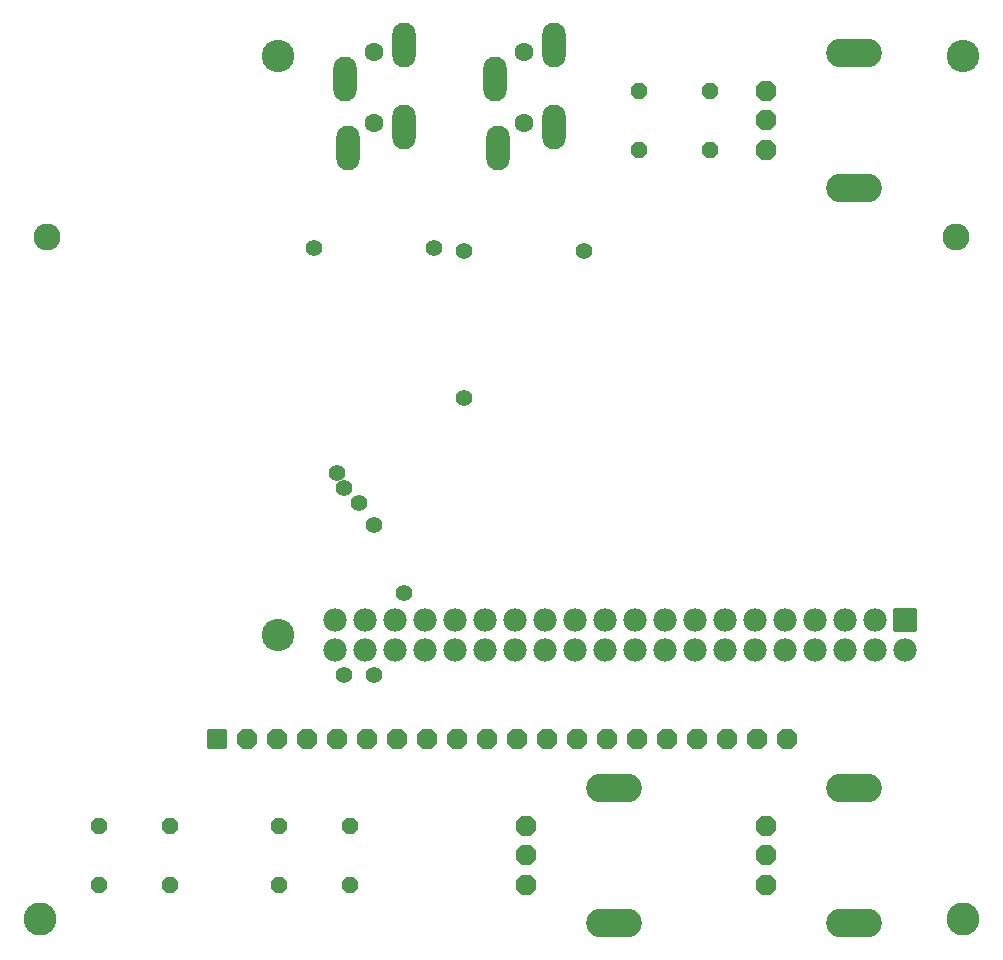
<source format=gbr>
%TF.GenerationSoftware,KiCad,Pcbnew,8.0.6*%
%TF.CreationDate,2024-12-19T22:40:05-08:00*%
%TF.ProjectId,norns-shield-210330,6e6f726e-732d-4736-9869-656c642d3231,rev?*%
%TF.SameCoordinates,Original*%
%TF.FileFunction,Soldermask,Top*%
%TF.FilePolarity,Negative*%
%FSLAX46Y46*%
G04 Gerber Fmt 4.6, Leading zero omitted, Abs format (unit mm)*
G04 Created by KiCad (PCBNEW 8.0.6) date 2024-12-19 22:40:05*
%MOMM*%
%LPD*%
G01*
G04 APERTURE LIST*
G04 Aperture macros list*
%AMRoundRect*
0 Rectangle with rounded corners*
0 $1 Rounding radius*
0 $2 $3 $4 $5 $6 $7 $8 $9 X,Y pos of 4 corners*
0 Add a 4 corners polygon primitive as box body*
4,1,4,$2,$3,$4,$5,$6,$7,$8,$9,$2,$3,0*
0 Add four circle primitives for the rounded corners*
1,1,$1+$1,$2,$3*
1,1,$1+$1,$4,$5*
1,1,$1+$1,$6,$7*
1,1,$1+$1,$8,$9*
0 Add four rect primitives between the rounded corners*
20,1,$1+$1,$2,$3,$4,$5,0*
20,1,$1+$1,$4,$5,$6,$7,0*
20,1,$1+$1,$6,$7,$8,$9,0*
20,1,$1+$1,$8,$9,$2,$3,0*%
%AMFreePoly0*
4,1,25,0.309904,0.686196,0.322027,0.675842,0.675842,0.322027,0.704349,0.266079,0.705600,0.250185,0.705600,-0.250185,0.686196,-0.309904,0.675842,-0.322027,0.322027,-0.675842,0.266079,-0.704349,0.250185,-0.705600,-0.250185,-0.705600,-0.309904,-0.686196,-0.322027,-0.675842,-0.675842,-0.322027,-0.704349,-0.266079,-0.705600,-0.250185,-0.705600,0.250185,-0.686196,0.309904,-0.675842,0.322027,
-0.322027,0.675842,-0.266079,0.704349,-0.250185,0.705600,0.250185,0.705600,0.309904,0.686196,0.309904,0.686196,$1*%
%AMFreePoly1*
4,1,25,0.370379,0.832196,0.382502,0.821842,0.821842,0.382502,0.850349,0.326554,0.851600,0.310660,0.851600,-0.310660,0.832196,-0.370379,0.821842,-0.382502,0.382502,-0.821842,0.326554,-0.850349,0.310660,-0.851600,-0.310660,-0.851600,-0.370379,-0.832196,-0.382502,-0.821842,-0.821842,-0.382502,-0.850349,-0.326554,-0.851600,-0.310660,-0.851600,0.310660,-0.832196,0.370379,-0.821842,0.382502,
-0.382502,0.821842,-0.326554,0.850349,-0.310660,0.851600,0.310660,0.851600,0.370379,0.832196,0.370379,0.832196,$1*%
%AMFreePoly2*
4,1,25,0.372036,0.836196,0.384159,0.825842,0.825842,0.384159,0.854349,0.328211,0.855600,0.312317,0.855600,-0.312317,0.836196,-0.372036,0.825842,-0.384159,0.384159,-0.825842,0.328211,-0.854349,0.312317,-0.855600,-0.312317,-0.855600,-0.372036,-0.836196,-0.384159,-0.825842,-0.825842,-0.384159,-0.854349,-0.328211,-0.855600,-0.312317,-0.855600,0.312317,-0.836196,0.372036,-0.825842,0.384159,
-0.384159,0.825842,-0.328211,0.854349,-0.312317,0.855600,0.312317,0.855600,0.372036,0.836196,0.372036,0.836196,$1*%
G04 Aperture macros list end*
%ADD10C,2.800000*%
%ADD11C,1.981200*%
%ADD12RoundRect,0.101600X0.889000X0.889000X-0.889000X0.889000X-0.889000X-0.889000X0.889000X-0.889000X0*%
%ADD13C,2.750000*%
%ADD14RoundRect,0.701600X0.000010X0.000010X-0.000010X0.000010X-0.000010X-0.000010X0.000010X-0.000010X0*%
%ADD15RoundRect,0.701600X-0.000010X0.000010X-0.000010X-0.000010X0.000010X-0.000010X0.000010X0.000010X0*%
%ADD16RoundRect,0.701600X-0.000010X-0.000010X0.000010X-0.000010X0.000010X0.000010X-0.000010X0.000010X0*%
%ADD17RoundRect,0.701600X0.000010X-0.000010X0.000010X0.000010X-0.000010X0.000010X-0.000010X-0.000010X0*%
%ADD18FreePoly0,180.000000*%
%ADD19C,2.286000*%
%ADD20FreePoly1,0.000000*%
%ADD21RoundRect,0.101600X-0.750000X-0.750000X0.750000X-0.750000X0.750000X0.750000X-0.750000X0.750000X0*%
%ADD22O,4.703200X2.453200*%
%ADD23FreePoly2,270.000000*%
%ADD24O,2.003200X3.803200*%
%ADD25C,1.600000*%
G04 APERTURE END LIST*
D10*
%TO.C,@HOLE0*%
X187553600Y-141516100D03*
%TD*%
%TO.C,@HOLE1*%
X109448600Y-141516100D03*
%TD*%
D11*
%TO.C,X1*%
X134416100Y-118768600D03*
X134416100Y-116228600D03*
X136956100Y-118768600D03*
X136956100Y-116228600D03*
X139496100Y-118768600D03*
X139496100Y-116228600D03*
X142036100Y-118768600D03*
X142036100Y-116228600D03*
X144576100Y-118768600D03*
X144576100Y-116228600D03*
X147116100Y-118768600D03*
X147116100Y-116228600D03*
X149656100Y-118768600D03*
X149656100Y-116228600D03*
X152196100Y-118768600D03*
X152196100Y-116228600D03*
X154736100Y-118768600D03*
X154736100Y-116228600D03*
X157276100Y-118768600D03*
X157276100Y-116228600D03*
X159816100Y-118768600D03*
X159816100Y-116228600D03*
X162356100Y-118768600D03*
X162356100Y-116228600D03*
X164896100Y-118768600D03*
X164896100Y-116228600D03*
X167436100Y-118768600D03*
X167436100Y-116228600D03*
X169976100Y-118768600D03*
X169976100Y-116228600D03*
X172516100Y-118768600D03*
X172516100Y-116228600D03*
X175056100Y-118768600D03*
X175056100Y-116228600D03*
X177596100Y-118768600D03*
X177596100Y-116228600D03*
X180136100Y-118768600D03*
X180136100Y-116228600D03*
X182676100Y-118768600D03*
D12*
X182676100Y-116228600D03*
D13*
X129546100Y-117498600D03*
X129546100Y-68498600D03*
X187546100Y-68498600D03*
%TD*%
D14*
%TO.C,/SDIN0*%
X135166100Y-120878600D03*
%TD*%
%TO.C,/LRCK0*%
X140246100Y-113893600D03*
%TD*%
%TO.C,/MCLK0*%
X145326100Y-97383600D03*
%TD*%
D15*
%TO.C,/SCLK0*%
X137706100Y-108178600D03*
%TD*%
D14*
%TO.C,/SDOUT0*%
X137706100Y-120878600D03*
%TD*%
D16*
%TO.C,/RESET0*%
X134531100Y-103733600D03*
%TD*%
D17*
%TO.C,/OUTA0*%
X155486100Y-85001100D03*
%TD*%
%TO.C,/OUTB0*%
X145326100Y-85001100D03*
%TD*%
%TO.C,/INA0*%
X142786100Y-84683600D03*
%TD*%
%TO.C,/INB0*%
X132626100Y-84683600D03*
%TD*%
D15*
%TO.C,/SDA0*%
X136436100Y-106273600D03*
%TD*%
%TO.C,/SCL0*%
X135166100Y-105003600D03*
%TD*%
D18*
%TO.C,SW1*%
X160106100Y-71388600D03*
X160106100Y-76388600D03*
X166106100Y-76388600D03*
X166106100Y-71388600D03*
%TD*%
%TO.C,SW2*%
X114386100Y-133618600D03*
X114386100Y-138618600D03*
X120386100Y-138618600D03*
X120386100Y-133618600D03*
%TD*%
%TO.C,SW3*%
X129626100Y-133618600D03*
X129626100Y-138618600D03*
X135626100Y-138618600D03*
X135626100Y-133618600D03*
%TD*%
D19*
%TO.C,U$1*%
X187001100Y-83753600D03*
X110001100Y-83753600D03*
D20*
X172631100Y-126253600D03*
X170091100Y-126253600D03*
X167551100Y-126253600D03*
X165011100Y-126253600D03*
X162471100Y-126253600D03*
X159931100Y-126253600D03*
X157391100Y-126253600D03*
X154851100Y-126253600D03*
X152311100Y-126253600D03*
X149771100Y-126253600D03*
X147231100Y-126253600D03*
X144691100Y-126253600D03*
X142151100Y-126253600D03*
X139611100Y-126253600D03*
X137071100Y-126253600D03*
X134531100Y-126253600D03*
X131991100Y-126253600D03*
X129451100Y-126253600D03*
X126911100Y-126253600D03*
D21*
X124371100Y-126253600D03*
%TD*%
D22*
%TO.C,E1*%
X178346100Y-79603600D03*
X178346100Y-68173600D03*
D23*
X170846100Y-76388600D03*
X170846100Y-73888600D03*
X170846100Y-71388600D03*
%TD*%
D22*
%TO.C,E2*%
X178346100Y-141833600D03*
X178346100Y-130403600D03*
D23*
X170846100Y-138618600D03*
X170846100Y-136118600D03*
X170846100Y-133618600D03*
%TD*%
D22*
%TO.C,E3*%
X158026100Y-141833600D03*
X158026100Y-130403600D03*
D23*
X150526100Y-138618600D03*
X150526100Y-136118600D03*
X150526100Y-133618600D03*
%TD*%
D24*
%TO.C,J-OUT0*%
X147906100Y-70438600D03*
X148206100Y-76238600D03*
X152906100Y-74438600D03*
X152906100Y-67538600D03*
D25*
X150406100Y-74138600D03*
X150406100Y-68138600D03*
%TD*%
D24*
%TO.C,J-IN0*%
X135206100Y-70438600D03*
X135506100Y-76238600D03*
X140206100Y-74438600D03*
X140206100Y-67538600D03*
D25*
X137706100Y-74138600D03*
X137706100Y-68138600D03*
%TD*%
M02*

</source>
